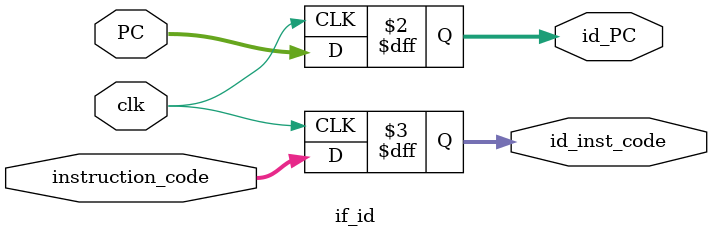
<source format=v>
`timescale 1ns / 1ps


module if_id(
    input clk,
    input [31:0] PC,
    input [31:0] instruction_code,
    output reg [31:0] id_PC,
    output reg [31:0] id_inst_code
    );
    
/*    always @(*)
    begin
    if (clk & stall_signal)
        begin
            id_inst_code <= 32'h00000033;
            id_PC <= 32'b0;
        end
    end*/
    
    
    always@(posedge clk)
    begin
  //  case (stall_signal)
   // 1'b0: begin
            id_PC<=PC;
            id_inst_code <= instruction_code; 
     //     end
/*    1'b1: begin
            id_inst_code <= 32'h00000033;
            id_PC <= 32'b0;
          end*/
    //endcase
/*        if (stall_signal)
            begin
                id_inst_code <= 32'h00000033;
                id_PC <= 32'b0;
            end
        else*/
            //begin
               // id_PC<=PC;
                //id_inst_code <= instruction_code; 
            //end
    
    end
endmodule

</source>
